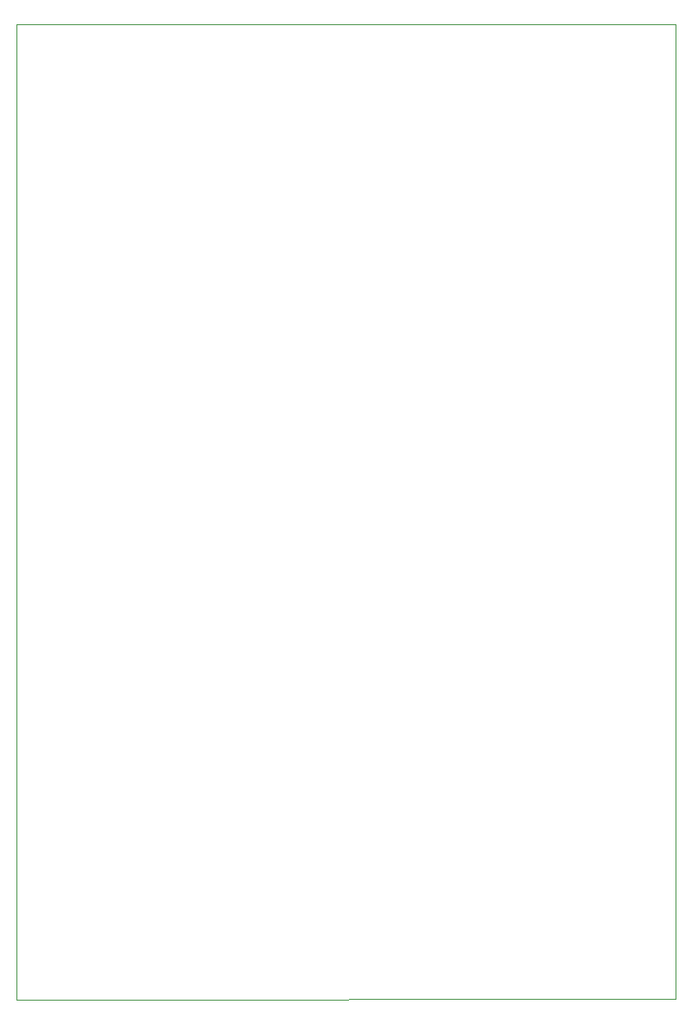
<source format=gbr>
G04 #@! TF.GenerationSoftware,KiCad,Pcbnew,(5.1.4)-1*
G04 #@! TF.CreationDate,2021-02-10T15:34:52+01:00*
G04 #@! TF.ProjectId,kicad_project,6b696361-645f-4707-926f-6a6563742e6b,rev?*
G04 #@! TF.SameCoordinates,Original*
G04 #@! TF.FileFunction,Profile,NP*
%FSLAX46Y46*%
G04 Gerber Fmt 4.6, Leading zero omitted, Abs format (unit mm)*
G04 Created by KiCad (PCBNEW (5.1.4)-1) date 2021-02-10 15:34:52*
%MOMM*%
%LPD*%
G04 APERTURE LIST*
%ADD10C,0.050000*%
G04 APERTURE END LIST*
D10*
X102108000Y-144475200D02*
X166522400Y-144424400D01*
X102108000Y-49174400D02*
X166471600Y-49174400D01*
X166471600Y-49174400D02*
X166522400Y-144424400D01*
X102108000Y-49174400D02*
X102108000Y-144475200D01*
M02*

</source>
